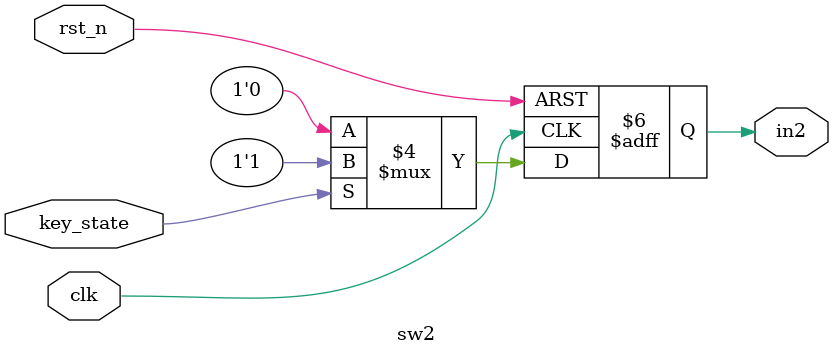
<source format=v>
module sw2(
    input           clk             ,
    input           rst_n           ,
    input           key_state       ,
    output  reg     in2
);

always @(posedge clk or negedge rst_n)begin
    if(!rst_n) in2<=0;
    else if(key_state) in2<=1;
    else in2<=0;
end

endmodule

</source>
